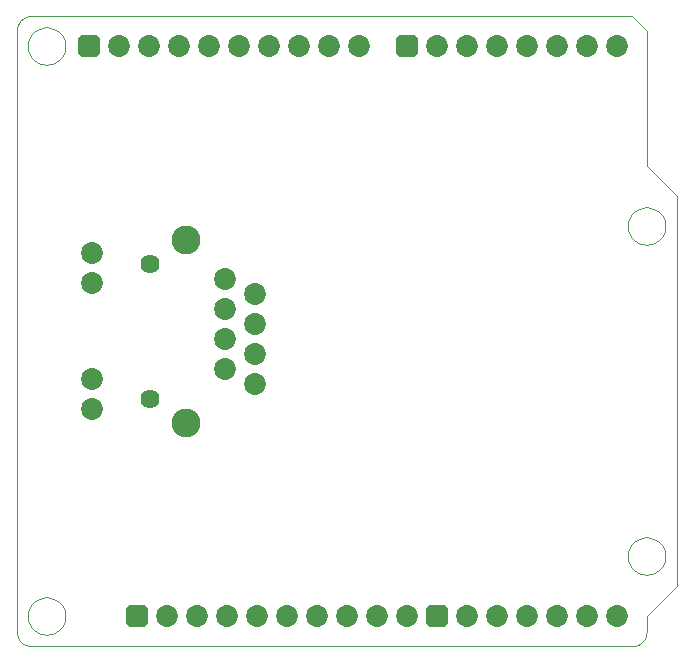
<source format=gbr>
G04 PROTEUS RS274X GERBER FILE*
%FSLAX45Y45*%
%MOMM*%
G01*
%AMPPAD021*
4,1,36,
-0.495200,0.927000,
0.495200,0.927000,
0.583490,0.918410,
0.665130,0.893690,
0.738560,0.854420,
0.802180,0.802180,
0.854420,0.738560,
0.893690,0.665130,
0.918410,0.583490,
0.927000,0.495200,
0.927000,-0.495200,
0.918410,-0.583490,
0.893690,-0.665130,
0.854420,-0.738560,
0.802180,-0.802180,
0.738560,-0.854420,
0.665130,-0.893690,
0.583490,-0.918410,
0.495200,-0.927000,
-0.495200,-0.927000,
-0.583490,-0.918410,
-0.665130,-0.893690,
-0.738560,-0.854420,
-0.802180,-0.802180,
-0.854420,-0.738560,
-0.893690,-0.665130,
-0.918410,-0.583490,
-0.927000,-0.495200,
-0.927000,0.495200,
-0.918410,0.583490,
-0.893690,0.665130,
-0.854420,0.738560,
-0.802180,0.802180,
-0.738560,0.854420,
-0.665130,0.893690,
-0.583490,0.918410,
-0.495200,0.927000,
0*%
%ADD29PPAD021*%
%ADD72C,1.854000*%
%ADD16C,2.440000*%
%ADD17C,1.620000*%
%ADD22C,0.025400*%
D29*
X+1016000Y+254000D03*
D72*
X+1270000Y+254000D03*
X+1524000Y+254000D03*
X+1778000Y+254000D03*
X+2032000Y+254000D03*
X+2286000Y+254000D03*
X+2540000Y+254000D03*
X+2794000Y+254000D03*
X+3048000Y+254000D03*
X+3302000Y+254000D03*
D29*
X+3556000Y+254000D03*
D72*
X+3810000Y+254000D03*
X+4064000Y+254000D03*
X+4318000Y+254000D03*
X+4572000Y+254000D03*
X+4826000Y+254000D03*
X+5080000Y+254000D03*
D29*
X+609600Y+5080000D03*
D72*
X+863600Y+5080000D03*
X+1117600Y+5080000D03*
X+1371600Y+5080000D03*
X+1625600Y+5080000D03*
X+1879600Y+5080000D03*
X+2133600Y+5080000D03*
X+2387600Y+5080000D03*
X+2641600Y+5080000D03*
X+2895600Y+5080000D03*
D29*
X+3302000Y+5080000D03*
D72*
X+3556000Y+5080000D03*
X+3810000Y+5080000D03*
X+4064000Y+5080000D03*
X+4318000Y+5080000D03*
X+4572000Y+5080000D03*
X+4826000Y+5080000D03*
X+5080000Y+5080000D03*
X+1765300Y+3111500D03*
X+2019300Y+2984500D03*
X+1765300Y+2857500D03*
X+2019300Y+2730500D03*
X+1765300Y+2603500D03*
X+2019300Y+2476500D03*
X+1765300Y+2349500D03*
X+2019300Y+2222500D03*
X+640300Y+3329500D03*
X+640300Y+3075500D03*
X+640300Y+2258500D03*
X+640300Y+2004500D03*
D16*
X+1435300Y+3441500D03*
X+1435300Y+1892500D03*
D17*
X+1130300Y+3238500D03*
X+1130300Y+2095500D03*
D22*
X+5492750Y+762000D02*
X+5492220Y+774958D01*
X+5487916Y+800876D01*
X+5478925Y+826794D01*
X+5464280Y+852712D01*
X+5441876Y+878466D01*
X+5415958Y+897958D01*
X+5390040Y+910530D01*
X+5364122Y+917866D01*
X+5338204Y+920694D01*
X+5334000Y+920750D01*
X+5175250Y+762000D02*
X+5175780Y+774958D01*
X+5180084Y+800876D01*
X+5189075Y+826794D01*
X+5203720Y+852712D01*
X+5226124Y+878466D01*
X+5252042Y+897958D01*
X+5277960Y+910530D01*
X+5303878Y+917866D01*
X+5329796Y+920694D01*
X+5334000Y+920750D01*
X+5175250Y+762000D02*
X+5175780Y+749042D01*
X+5180084Y+723124D01*
X+5189075Y+697206D01*
X+5203720Y+671288D01*
X+5226124Y+645534D01*
X+5252042Y+626042D01*
X+5277960Y+613470D01*
X+5303878Y+606134D01*
X+5329796Y+603306D01*
X+5334000Y+603250D01*
X+5492750Y+762000D02*
X+5492220Y+749042D01*
X+5487916Y+723124D01*
X+5478925Y+697206D01*
X+5464280Y+671288D01*
X+5441876Y+645534D01*
X+5415958Y+626042D01*
X+5390040Y+613470D01*
X+5364122Y+606134D01*
X+5338204Y+603306D01*
X+5334000Y+603250D01*
X+5492750Y+3556000D02*
X+5492220Y+3568958D01*
X+5487916Y+3594876D01*
X+5478925Y+3620794D01*
X+5464280Y+3646712D01*
X+5441876Y+3672466D01*
X+5415958Y+3691958D01*
X+5390040Y+3704530D01*
X+5364122Y+3711866D01*
X+5338204Y+3714694D01*
X+5334000Y+3714750D01*
X+5175250Y+3556000D02*
X+5175780Y+3568958D01*
X+5180084Y+3594876D01*
X+5189075Y+3620794D01*
X+5203720Y+3646712D01*
X+5226124Y+3672466D01*
X+5252042Y+3691958D01*
X+5277960Y+3704530D01*
X+5303878Y+3711866D01*
X+5329796Y+3714694D01*
X+5334000Y+3714750D01*
X+5175250Y+3556000D02*
X+5175780Y+3543042D01*
X+5180084Y+3517124D01*
X+5189075Y+3491206D01*
X+5203720Y+3465288D01*
X+5226124Y+3439534D01*
X+5252042Y+3420042D01*
X+5277960Y+3407470D01*
X+5303878Y+3400134D01*
X+5329796Y+3397306D01*
X+5334000Y+3397250D01*
X+5492750Y+3556000D02*
X+5492220Y+3543042D01*
X+5487916Y+3517124D01*
X+5478925Y+3491206D01*
X+5464280Y+3465288D01*
X+5441876Y+3439534D01*
X+5415958Y+3420042D01*
X+5390040Y+3407470D01*
X+5364122Y+3400134D01*
X+5338204Y+3397306D01*
X+5334000Y+3397250D01*
X+412750Y+5080000D02*
X+412220Y+5092958D01*
X+407916Y+5118876D01*
X+398925Y+5144794D01*
X+384280Y+5170712D01*
X+361876Y+5196466D01*
X+335958Y+5215958D01*
X+310040Y+5228530D01*
X+284122Y+5235866D01*
X+258204Y+5238694D01*
X+254000Y+5238750D01*
X+95250Y+5080000D02*
X+95780Y+5092958D01*
X+100084Y+5118876D01*
X+109075Y+5144794D01*
X+123720Y+5170712D01*
X+146124Y+5196466D01*
X+172042Y+5215958D01*
X+197960Y+5228530D01*
X+223878Y+5235866D01*
X+249796Y+5238694D01*
X+254000Y+5238750D01*
X+95250Y+5080000D02*
X+95780Y+5067042D01*
X+100084Y+5041124D01*
X+109075Y+5015206D01*
X+123720Y+4989288D01*
X+146124Y+4963534D01*
X+172042Y+4944042D01*
X+197960Y+4931470D01*
X+223878Y+4924134D01*
X+249796Y+4921306D01*
X+254000Y+4921250D01*
X+412750Y+5080000D02*
X+412220Y+5067042D01*
X+407916Y+5041124D01*
X+398925Y+5015206D01*
X+384280Y+4989288D01*
X+361876Y+4963534D01*
X+335958Y+4944042D01*
X+310040Y+4931470D01*
X+284122Y+4924134D01*
X+258204Y+4921306D01*
X+254000Y+4921250D01*
X+412750Y+254000D02*
X+412220Y+266958D01*
X+407916Y+292876D01*
X+398925Y+318794D01*
X+384280Y+344712D01*
X+361876Y+370466D01*
X+335958Y+389958D01*
X+310040Y+402530D01*
X+284122Y+409866D01*
X+258204Y+412694D01*
X+254000Y+412750D01*
X+95250Y+254000D02*
X+95780Y+266958D01*
X+100084Y+292876D01*
X+109075Y+318794D01*
X+123720Y+344712D01*
X+146124Y+370466D01*
X+172042Y+389958D01*
X+197960Y+402530D01*
X+223878Y+409866D01*
X+249796Y+412694D01*
X+254000Y+412750D01*
X+95250Y+254000D02*
X+95780Y+241042D01*
X+100084Y+215124D01*
X+109075Y+189206D01*
X+123720Y+163288D01*
X+146124Y+137534D01*
X+172042Y+118042D01*
X+197960Y+105470D01*
X+223878Y+98134D01*
X+249796Y+95306D01*
X+254000Y+95250D01*
X+412750Y+254000D02*
X+412220Y+241042D01*
X+407916Y+215124D01*
X+398925Y+189206D01*
X+384280Y+163288D01*
X+361876Y+137534D01*
X+335958Y+118042D01*
X+310040Y+105470D01*
X+284122Y+98134D01*
X+258204Y+95306D01*
X+254000Y+95250D01*
X+0Y+127000D02*
X+2527Y+101032D01*
X+9798Y+77018D01*
X+21348Y+55423D01*
X+36711Y+36711D01*
X+55423Y+21347D01*
X+77018Y+9798D01*
X+101032Y+2527D01*
X+127000Y+0D01*
X+5207000Y+0D01*
X+5232967Y+2527D01*
X+5256981Y+9798D01*
X+5278577Y+21347D01*
X+5297289Y+36711D01*
X+5312652Y+55423D01*
X+5324202Y+77018D01*
X+5331473Y+101032D01*
X+5334000Y+127000D01*
X+5334000Y+254000D01*
X+5588000Y+508000D01*
X+5588000Y+3810000D01*
X+5334000Y+4064000D01*
X+5334000Y+5207000D01*
X+5207000Y+5334000D01*
X+127000Y+5334000D01*
X+101032Y+5331473D01*
X+77018Y+5324202D01*
X+55423Y+5312652D01*
X+36711Y+5297289D01*
X+21348Y+5278577D01*
X+9798Y+5256981D01*
X+2527Y+5232967D01*
X+0Y+5207000D01*
X+0Y+127000D01*
M02*

</source>
